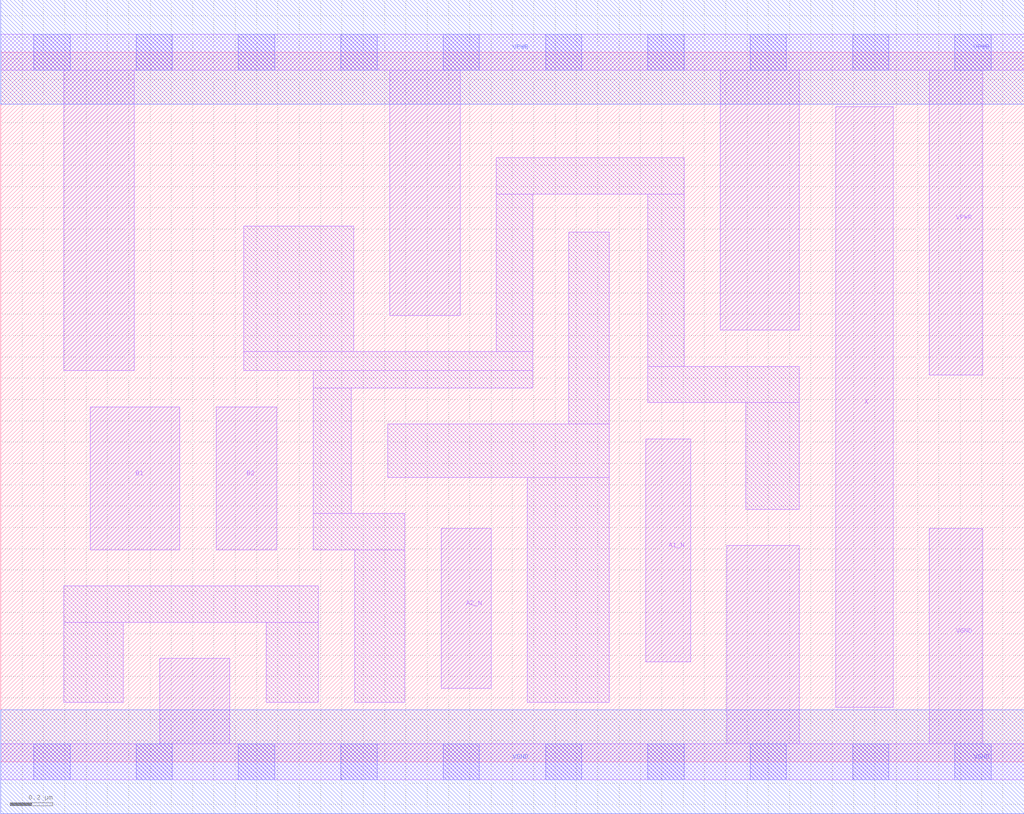
<source format=lef>
# Copyright 2020 The SkyWater PDK Authors
#
# Licensed under the Apache License, Version 2.0 (the "License");
# you may not use this file except in compliance with the License.
# You may obtain a copy of the License at
#
#     https://www.apache.org/licenses/LICENSE-2.0
#
# Unless required by applicable law or agreed to in writing, software
# distributed under the License is distributed on an "AS IS" BASIS,
# WITHOUT WARRANTIES OR CONDITIONS OF ANY KIND, either express or implied.
# See the License for the specific language governing permissions and
# limitations under the License.
#
# SPDX-License-Identifier: Apache-2.0

VERSION 5.7 ;
  NAMESCASESENSITIVE ON ;
  NOWIREEXTENSIONATPIN ON ;
  DIVIDERCHAR "/" ;
  BUSBITCHARS "[]" ;
UNITS
  DATABASE MICRONS 200 ;
END UNITS
MACRO sky130_fd_sc_lp__o2bb2a_2
  CLASS CORE ;
  SOURCE USER ;
  FOREIGN sky130_fd_sc_lp__o2bb2a_2 ;
  ORIGIN  0.000000  0.000000 ;
  SIZE  4.800000 BY  3.330000 ;
  SYMMETRY X Y R90 ;
  SITE unit ;
  PIN A1_N
    ANTENNAGATEAREA  0.159000 ;
    DIRECTION INPUT ;
    USE SIGNAL ;
    PORT
      LAYER li1 ;
        RECT 3.025000 0.470000 3.235000 1.515000 ;
    END
  END A1_N
  PIN A2_N
    ANTENNAGATEAREA  0.159000 ;
    DIRECTION INPUT ;
    USE SIGNAL ;
    PORT
      LAYER li1 ;
        RECT 2.065000 0.345000 2.300000 1.095000 ;
    END
  END A2_N
  PIN B1
    ANTENNAGATEAREA  0.159000 ;
    DIRECTION INPUT ;
    USE SIGNAL ;
    PORT
      LAYER li1 ;
        RECT 0.420000 0.995000 0.840000 1.665000 ;
    END
  END B1
  PIN B2
    ANTENNAGATEAREA  0.159000 ;
    DIRECTION INPUT ;
    USE SIGNAL ;
    PORT
      LAYER li1 ;
        RECT 1.010000 0.995000 1.295000 1.665000 ;
    END
  END B2
  PIN X
    ANTENNADIFFAREA  0.588000 ;
    DIRECTION OUTPUT ;
    USE SIGNAL ;
    PORT
      LAYER li1 ;
        RECT 3.915000 0.255000 4.185000 3.075000 ;
    END
  END X
  PIN VGND
    DIRECTION INOUT ;
    USE GROUND ;
    PORT
      LAYER li1 ;
        RECT 0.000000 -0.085000 4.800000 0.085000 ;
        RECT 0.745000  0.085000 1.075000 0.485000 ;
        RECT 3.405000  0.085000 3.745000 1.015000 ;
        RECT 4.355000  0.085000 4.605000 1.095000 ;
      LAYER mcon ;
        RECT 0.155000 -0.085000 0.325000 0.085000 ;
        RECT 0.635000 -0.085000 0.805000 0.085000 ;
        RECT 1.115000 -0.085000 1.285000 0.085000 ;
        RECT 1.595000 -0.085000 1.765000 0.085000 ;
        RECT 2.075000 -0.085000 2.245000 0.085000 ;
        RECT 2.555000 -0.085000 2.725000 0.085000 ;
        RECT 3.035000 -0.085000 3.205000 0.085000 ;
        RECT 3.515000 -0.085000 3.685000 0.085000 ;
        RECT 3.995000 -0.085000 4.165000 0.085000 ;
        RECT 4.475000 -0.085000 4.645000 0.085000 ;
      LAYER met1 ;
        RECT 0.000000 -0.245000 4.800000 0.245000 ;
    END
  END VGND
  PIN VPWR
    DIRECTION INOUT ;
    USE POWER ;
    PORT
      LAYER li1 ;
        RECT 0.000000 3.245000 4.800000 3.415000 ;
        RECT 0.295000 1.835000 0.625000 3.245000 ;
        RECT 1.825000 2.095000 2.155000 3.245000 ;
        RECT 3.375000 2.025000 3.745000 3.245000 ;
        RECT 4.355000 1.815000 4.605000 3.245000 ;
      LAYER mcon ;
        RECT 0.155000 3.245000 0.325000 3.415000 ;
        RECT 0.635000 3.245000 0.805000 3.415000 ;
        RECT 1.115000 3.245000 1.285000 3.415000 ;
        RECT 1.595000 3.245000 1.765000 3.415000 ;
        RECT 2.075000 3.245000 2.245000 3.415000 ;
        RECT 2.555000 3.245000 2.725000 3.415000 ;
        RECT 3.035000 3.245000 3.205000 3.415000 ;
        RECT 3.515000 3.245000 3.685000 3.415000 ;
        RECT 3.995000 3.245000 4.165000 3.415000 ;
        RECT 4.475000 3.245000 4.645000 3.415000 ;
      LAYER met1 ;
        RECT 0.000000 3.085000 4.800000 3.575000 ;
    END
  END VPWR
  OBS
    LAYER li1 ;
      RECT 0.295000 0.280000 0.575000 0.655000 ;
      RECT 0.295000 0.655000 1.490000 0.825000 ;
      RECT 1.140000 1.835000 2.495000 1.925000 ;
      RECT 1.140000 1.925000 1.655000 2.515000 ;
      RECT 1.245000 0.280000 1.490000 0.655000 ;
      RECT 1.465000 0.995000 1.895000 1.165000 ;
      RECT 1.465000 1.165000 1.645000 1.755000 ;
      RECT 1.465000 1.755000 2.495000 1.835000 ;
      RECT 1.660000 0.280000 1.895000 0.995000 ;
      RECT 1.815000 1.335000 2.855000 1.585000 ;
      RECT 2.325000 1.925000 2.495000 2.665000 ;
      RECT 2.325000 2.665000 3.205000 2.835000 ;
      RECT 2.470000 0.280000 2.855000 1.335000 ;
      RECT 2.665000 1.585000 2.855000 2.485000 ;
      RECT 3.035000 1.685000 3.745000 1.855000 ;
      RECT 3.035000 1.855000 3.205000 2.665000 ;
      RECT 3.495000 1.185000 3.745000 1.685000 ;
  END
END sky130_fd_sc_lp__o2bb2a_2

</source>
